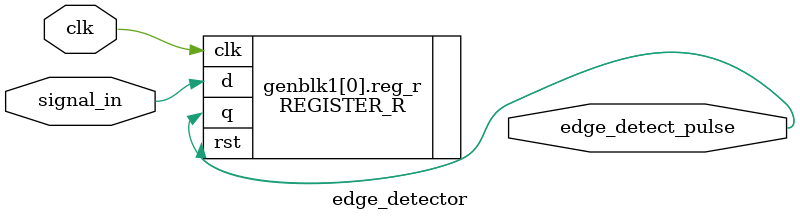
<source format=v>
`include "../../lib/EECS151.v"

module edge_detector #(
    parameter WIDTH = 1
)(
    input clk,
    input [WIDTH-1:0] signal_in,
    output [WIDTH-1:0] edge_detect_pulse
);

      // TODO: implement an edge detector that detects a rising edge of 'signal_in'
      // and outputs a one-cycle pulse at the next clock edge
      // Feel free to use as many number of registers you like
    genvar i;
    generate
        for (i = 0; i < WIDTH; i = i + 1) begin
            REGISTER_R reg_r (.q(edge_detect_pulse[i]), .d(signal_in[i]), .rst(edge_detect_pulse[i]), .clk(clk));
        end
    endgenerate

endmodule

</source>
